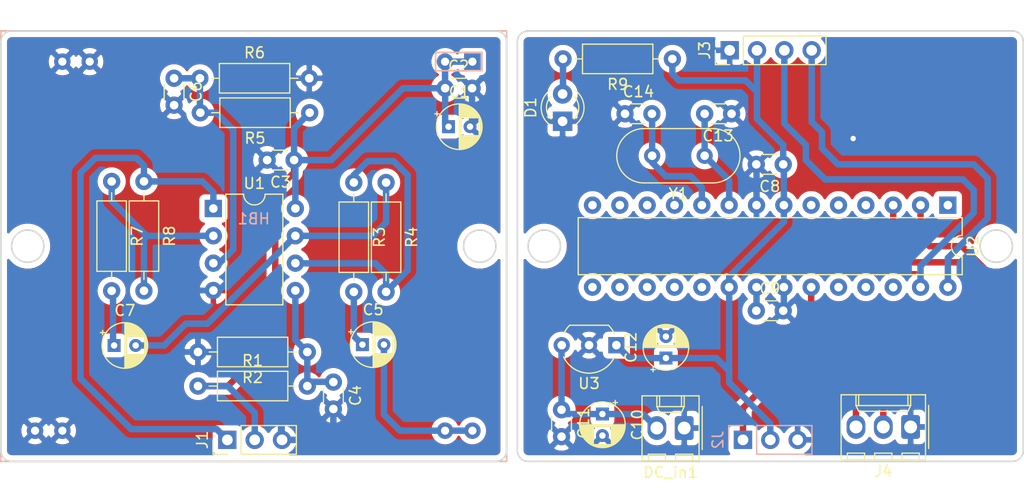
<source format=kicad_pcb>
(kicad_pcb (version 20171130) (host pcbnew "(5.1.4)-1")
  (layers (0 F.Cu signal) (31 B.Cu signal) (34 B.Paste user) (35 F.Paste user) (36 B.SilkS user) (37 F.SilkS user) (38 B.Mask user) (39 F.Mask user) (44 Edge.Cuts user))
  (net 0 "")
  (net 1 +5V)
  (net 2 "Net-(D1-Pad2)")
  (net 3 Tx)
  (net 4 Rx)
  (net 5 RST)
  (net 6 GNDA)
  (net 7 "Net-(J1-Pad1)")
  (net 8 +5VA)
  (net 9 "Net-(J2-Pad1)")
  (net 10 "Net-(U2-Pad14)")
  (net 11 "Net-(U2-Pad13)")
  (net 12 "Net-(U2-Pad26)")
  (net 13 "Net-(U2-Pad12)")
  (net 14 "Net-(U2-Pad25)")
  (net 15 "Net-(U2-Pad11)")
  (net 16 "Net-(U2-Pad24)")
  (net 17 "Net-(U2-Pad6)")
  (net 18 "Net-(U2-Pad19)")
  (net 19 "Net-(U2-Pad5)")
  (net 20 "Net-(U2-Pad18)")
  (net 21 "Net-(U2-Pad4)")
  (net 22 "Net-(U2-Pad17)")
  (net 23 "Net-(U2-Pad16)")
  (net 24 "Net-(U2-Pad15)")
  (net 25 SDA)
  (net 26 SCL)
  (net 27 "Net-(C4-Pad1)")
  (net 28 "Net-(C7-Pad1)")
  (net 29 "Net-(R3-Pad1)")
  (net 30 "Net-(C5-Pad2)")
  (net 31 "Net-(C5-Pad1)")
  (net 32 "Net-(C6-Pad1)")
  (net 33 "Net-(C7-Pad2)")
  (net 34 "Net-(C9-Pad1)")
  (net 35 "Net-(C10-Pad1)")
  (net 36 "Net-(C13-Pad2)")
  (net 37 "Net-(C14-Pad2)")
  (net 38 "Net-(R7-Pad1)")
  (net 39 GND)
  (module HB100:HB100_ver2 (layer B.Cu) (at 135.5 48 180)
    (fp_text reference HB1 (at 0 2.54) (layer B.SilkS) (effects (justify mirror)))
    (fp_text value HB100-KiCAD-rescue)
    (pad 8 thru_hole circle (at 20.32 -17.145 180) (size 1.524 1.524) (drill 0.762) (layers *.Cu *.Mask) (net 6 GNDA))
    (pad 7 thru_hole circle (at 17.78 -17.145 180) (size 1.524 1.524) (drill 0.762) (layers *.Cu *.Mask) (net 6 GNDA))
    (pad 6 thru_hole circle (at 17.78 17.145 180) (size 1.524 1.524) (drill 0.762) (layers *.Cu *.Mask) (net 6 GNDA))
    (pad 5 thru_hole circle (at 15.24 17.145 180) (size 1.524 1.524) (drill 0.762) (layers *.Cu *.Mask) (net 6 GNDA))
    (pad 4 thru_hole circle (at -17.78 -17.145 180) (size 1.524 1.524) (drill 0.762) (layers *.Cu *.Mask) (net 30 "Net-(C5-Pad2)"))
    (pad 3 thru_hole circle (at -20.32 -17.145 180) (size 1.524 1.524) (drill 0.762) (layers *.Cu *.Mask) (net 30 "Net-(C5-Pad2)"))
    (pad 2 thru_hole circle (at -17.78 17.145 180) (size 1.524 1.524) (drill 0.762) (layers *.Cu *.Mask) (net 8 +5VA))
    (pad 1 thru_hole rect (at -20.32 17.145 180) (size 1.524 1.524) (drill 0.762) (layers *.Cu *.Mask) (net 8 +5VA))
  )
  (module Capacitor_THT:CP_Radial_D4.0mm_P2.00mm (layer F.Cu) (at 153.6 36.9)
    (fp_text reference C1 (at 1 -3.25) (layer F.SilkS))
    (fp_text value 10uF)
    (pad 2 thru_hole circle (at 2 0) (size 1.2 1.2) (drill 0.6) (layers *.Cu *.Mask) (net 6 GNDA))
    (pad 1 thru_hole rect (at 0 0) (size 1.2 1.2) (drill 0.6) (layers *.Cu *.Mask) (net 8 +5VA))
  )
  (module Resistor_THT:R_Axial_DIN0207_L6.3mm_D2.5mm_P10.16mm_Horizontal (layer F.Cu) (at 130.5 32.4)
    (fp_text reference R6 (at 5.08 -2.37) (layer F.SilkS))
    (fp_text value 100k)
    (pad 2 thru_hole oval (at 10.16 0) (size 1.6 1.6) (drill 0.8) (layers *.Cu *.Mask) (net 6 GNDA))
    (pad 1 thru_hole circle (at 0 0) (size 1.6 1.6) (drill 0.8) (layers *.Cu *.Mask) (net 32 "Net-(C6-Pad1)"))
  )
  (module Resistor_THT:R_Axial_DIN0207_L6.3mm_D2.5mm_P10.16mm_Horizontal (layer F.Cu) (at 140.7 35.6 180)
    (fp_text reference R5 (at 5.08 -2.37) (layer F.SilkS))
    (fp_text value 100k)
    (pad 2 thru_hole oval (at 10.16 0 180) (size 1.6 1.6) (drill 0.8) (layers *.Cu *.Mask) (net 32 "Net-(C6-Pad1)"))
    (pad 1 thru_hole circle (at 0 0 180) (size 1.6 1.6) (drill 0.8) (layers *.Cu *.Mask) (net 8 +5VA))
  )
  (module Capacitor_THT:C_Disc_D3.0mm_W1.6mm_P2.50mm (layer F.Cu) (at 128.1 32.4 270)
    (fp_text reference C6 (at 1.25 -2.05 90) (layer F.SilkS))
    (fp_text value 0.1uF)
    (pad 2 thru_hole circle (at 2.5 0 270) (size 1.6 1.6) (drill 0.8) (layers *.Cu *.Mask) (net 6 GNDA))
    (pad 1 thru_hole circle (at 0 0 270) (size 1.6 1.6) (drill 0.8) (layers *.Cu *.Mask) (net 32 "Net-(C6-Pad1)"))
  )
  (module Package_DIP:DIP-8_W7.62mm (layer F.Cu) (at 131.75 44.5)
    (fp_text reference U1 (at 3.81 -2.33) (layer F.SilkS))
    (fp_text value LM358)
    (pad 8 thru_hole oval (at 7.62 0) (size 1.6 1.6) (drill 0.8) (layers *.Cu *.Mask) (net 8 +5VA))
    (pad 4 thru_hole oval (at 0 7.62) (size 1.6 1.6) (drill 0.8) (layers *.Cu *.Mask) (net 6 GNDA))
    (pad 7 thru_hole oval (at 7.62 2.54) (size 1.6 1.6) (drill 0.8) (layers *.Cu *.Mask) (net 33 "Net-(C7-Pad2)"))
    (pad 3 thru_hole oval (at 0 5.08) (size 1.6 1.6) (drill 0.8) (layers *.Cu *.Mask) (net 32 "Net-(C6-Pad1)"))
    (pad 6 thru_hole oval (at 7.62 5.08) (size 1.6 1.6) (drill 0.8) (layers *.Cu *.Mask) (net 29 "Net-(R3-Pad1)"))
    (pad 2 thru_hole oval (at 0 2.54) (size 1.6 1.6) (drill 0.8) (layers *.Cu *.Mask) (net 38 "Net-(R7-Pad1)"))
    (pad 5 thru_hole oval (at 7.62 7.62) (size 1.6 1.6) (drill 0.8) (layers *.Cu *.Mask) (net 27 "Net-(C4-Pad1)"))
    (pad 1 thru_hole rect (at 0 0) (size 1.6 1.6) (drill 0.8) (layers *.Cu *.Mask) (net 7 "Net-(J1-Pad1)"))
  )
  (module Capacitor_THT:C_Disc_D3.0mm_W1.6mm_P2.50mm (layer F.Cu) (at 142.9004 60.6298 270)
    (fp_text reference C4 (at 1.25 -2.05 90) (layer F.SilkS))
    (fp_text value 0.1uF)
    (pad 2 thru_hole circle (at 2.5 0 270) (size 1.6 1.6) (drill 0.8) (layers *.Cu *.Mask) (net 6 GNDA))
    (pad 1 thru_hole circle (at 0 0 270) (size 1.6 1.6) (drill 0.8) (layers *.Cu *.Mask) (net 27 "Net-(C4-Pad1)"))
  )
  (module Resistor_THT:R_Axial_DIN0207_L6.3mm_D2.5mm_P10.16mm_Horizontal (layer F.Cu) (at 130.319859 61)
    (fp_text reference R1 (at 5.08 -2.37) (layer F.SilkS))
    (fp_text value 100k)
    (pad 2 thru_hole oval (at 10.16 0) (size 1.6 1.6) (drill 0.8) (layers *.Cu *.Mask) (net 27 "Net-(C4-Pad1)"))
    (pad 1 thru_hole circle (at 0 0) (size 1.6 1.6) (drill 0.8) (layers *.Cu *.Mask) (net 8 +5VA))
  )
  (module Package_TO_SOT_THT:TO-92_Inline_Wide (layer F.Cu) (at 169.2 57.2 180)
    (fp_text reference U3 (at 2.54 -3.56) (layer F.SilkS))
    (fp_text value L78L05_TO92)
    (pad 1 thru_hole rect (at 0 0 270) (size 1.5 1.5) (drill 0.8) (layers *.Cu *.Mask) (net 1 +5V))
    (pad 3 thru_hole circle (at 5.08 0 270) (size 1.5 1.5) (drill 0.8) (layers *.Cu *.Mask) (net 35 "Net-(C10-Pad1)"))
    (pad 2 thru_hole circle (at 2.54 0 270) (size 1.5 1.5) (drill 0.8) (layers *.Cu *.Mask) (net 39 GND))
  )
  (module Capacitor_THT:CP_Radial_D4.0mm_P2.00mm (layer F.Cu) (at 173.8 58.4 90)
    (fp_text reference C12 (at 1 -3.25 90) (layer F.SilkS))
    (fp_text value 10uF)
    (pad 2 thru_hole circle (at 2 0 90) (size 1.2 1.2) (drill 0.6) (layers *.Cu *.Mask) (net 39 GND))
    (pad 1 thru_hole rect (at 0 0 90) (size 1.2 1.2) (drill 0.6) (layers *.Cu *.Mask) (net 1 +5V))
  )
  (module Connector_PinHeader_2.54mm:PinHeader_1x04_P2.54mm_Vertical (layer F.Cu) (at 179.725 29.8 90)
    (fp_text reference J3 (at 0 -2.33 90) (layer F.SilkS))
    (fp_text value Conn_01x04)
    (pad 4 thru_hole oval (at 0 7.62 90) (size 1.7 1.7) (drill 1) (layers *.Cu *.Mask) (net 26 SCL))
    (pad 3 thru_hole oval (at 0 5.08 90) (size 1.7 1.7) (drill 1) (layers *.Cu *.Mask) (net 25 SDA))
    (pad 2 thru_hole oval (at 0 2.54 90) (size 1.7 1.7) (drill 1) (layers *.Cu *.Mask) (net 1 +5V))
    (pad 1 thru_hole rect (at 0 0 90) (size 1.7 1.7) (drill 1) (layers *.Cu *.Mask) (net 39 GND))
  )
  (module Connector_PinHeader_2.54mm:PinHeader_1x03_P2.54mm_Vertical (layer B.Cu) (at 180.96 66 270)
    (fp_text reference J2 (at 0 2.33 270) (layer B.SilkS) (effects (justify mirror)))
    (fp_text value Conn_01x03)
    (pad 3 thru_hole oval (at 0 -5.08 270) (size 1.7 1.7) (drill 1) (layers *.Cu *.Mask) (net 39 GND))
    (pad 2 thru_hole oval (at 0 -2.54 270) (size 1.7 1.7) (drill 1) (layers *.Cu *.Mask) (net 1 +5V))
    (pad 1 thru_hole rect (at 0 0 270) (size 1.7 1.7) (drill 1) (layers *.Cu *.Mask) (net 9 "Net-(J2-Pad1)"))
  )
  (module Connector_PinHeader_2.54mm:PinHeader_1x03_P2.54mm_Vertical (layer F.Cu) (at 133.05 66 90)
    (fp_text reference J1 (at 0 -2.33 90) (layer F.SilkS))
    (fp_text value Conn_01x03)
    (pad 3 thru_hole oval (at 0 5.08 90) (size 1.7 1.7) (drill 1) (layers *.Cu *.Mask) (net 6 GNDA))
    (pad 2 thru_hole oval (at 0 2.54 90) (size 1.7 1.7) (drill 1) (layers *.Cu *.Mask) (net 8 +5VA))
    (pad 1 thru_hole rect (at 0 0 90) (size 1.7 1.7) (drill 1) (layers *.Cu *.Mask) (net 7 "Net-(J1-Pad1)"))
  )
  (module Connector_Molex:Molex_KK-254_AE-6410-03A_1x03_P2.54mm_Vertical (layer F.Cu) (at 196.54 64.8 180)
    (fp_text reference J4 (at 2.54 -4.12) (layer F.SilkS))
    (fp_text value Conn_01x03)
    (pad 1 thru_hole roundrect (at 0 0 180) (size 1.74 2.2) (drill 1.2) (layers *.Cu *.Mask) (roundrect_rratio 0.143678) (net 39 GND))
    (pad 2 thru_hole oval (at 2.54 0 180) (size 1.74 2.2) (drill 1.2) (layers *.Cu *.Mask) (net 4 Rx))
    (pad 3 thru_hole oval (at 5.08 0 180) (size 1.74 2.2) (drill 1.2) (layers *.Cu *.Mask) (net 3 Tx))
  )
  (module LED_THT:LED_D3.0mm (layer F.Cu) (at 164.2 36.4 90)
    (fp_text reference D1 (at 1.27 -2.96 90) (layer F.SilkS))
    (fp_text value LED)
    (pad 2 thru_hole circle (at 2.54 0 90) (size 1.8 1.8) (drill 0.9) (layers *.Cu *.Mask) (net 2 "Net-(D1-Pad2)"))
    (pad 1 thru_hole rect (at 0 0 90) (size 1.8 1.8) (drill 0.9) (layers *.Cu *.Mask) (net 39 GND))
  )
  (module Crystal:Crystal_HC49-4H_Vertical (layer F.Cu) (at 177.4 39.6 180)
    (fp_text reference Y1 (at 2.44 -3.525) (layer F.SilkS))
    (fp_text value 16Mhz)
    (pad 2 thru_hole circle (at 4.88 0 180) (size 1.5 1.5) (drill 0.8) (layers *.Cu *.Mask) (net 37 "Net-(C14-Pad2)"))
    (pad 1 thru_hole circle (at 0 0 180) (size 1.5 1.5) (drill 0.8) (layers *.Cu *.Mask) (net 36 "Net-(C13-Pad2)"))
  )
  (module Capacitor_THT:C_Disc_D3.0mm_W1.6mm_P2.50mm (layer F.Cu) (at 153.289 33.3248)
    (fp_text reference C2 (at 1.25 -2.05) (layer F.SilkS))
    (fp_text value 0.1uF)
    (pad 2 thru_hole circle (at 2.5 0) (size 1.6 1.6) (drill 0.8) (layers *.Cu *.Mask) (net 6 GNDA))
    (pad 1 thru_hole circle (at 0 0) (size 1.6 1.6) (drill 0.8) (layers *.Cu *.Mask) (net 8 +5VA))
  )
  (module Package_DIP:DIP-28_W7.62mm (layer F.Cu) (at 200 44.19 270)
    (fp_text reference U2 (at 3.81 -2.33 90) (layer F.SilkS))
    (fp_text value ATmega328P-PU)
    (pad 28 thru_hole oval (at 7.62 0 270) (size 1.6 1.6) (drill 0.8) (layers *.Cu *.Mask) (net 26 SCL))
    (pad 14 thru_hole oval (at 0 33.02 270) (size 1.6 1.6) (drill 0.8) (layers *.Cu *.Mask) (net 10 "Net-(U2-Pad14)"))
    (pad 27 thru_hole oval (at 7.62 2.54 270) (size 1.6 1.6) (drill 0.8) (layers *.Cu *.Mask) (net 25 SDA))
    (pad 13 thru_hole oval (at 0 30.48 270) (size 1.6 1.6) (drill 0.8) (layers *.Cu *.Mask) (net 11 "Net-(U2-Pad13)"))
    (pad 26 thru_hole oval (at 7.62 5.08 270) (size 1.6 1.6) (drill 0.8) (layers *.Cu *.Mask) (net 12 "Net-(U2-Pad26)"))
    (pad 12 thru_hole oval (at 0 27.94 270) (size 1.6 1.6) (drill 0.8) (layers *.Cu *.Mask) (net 13 "Net-(U2-Pad12)"))
    (pad 25 thru_hole oval (at 7.62 7.62 270) (size 1.6 1.6) (drill 0.8) (layers *.Cu *.Mask) (net 14 "Net-(U2-Pad25)"))
    (pad 11 thru_hole oval (at 0 25.4 270) (size 1.6 1.6) (drill 0.8) (layers *.Cu *.Mask) (net 15 "Net-(U2-Pad11)"))
    (pad 24 thru_hole oval (at 7.62 10.16 270) (size 1.6 1.6) (drill 0.8) (layers *.Cu *.Mask) (net 16 "Net-(U2-Pad24)"))
    (pad 10 thru_hole oval (at 0 22.86 270) (size 1.6 1.6) (drill 0.8) (layers *.Cu *.Mask) (net 37 "Net-(C14-Pad2)"))
    (pad 23 thru_hole oval (at 7.62 12.7 270) (size 1.6 1.6) (drill 0.8) (layers *.Cu *.Mask) (net 9 "Net-(J2-Pad1)"))
    (pad 9 thru_hole oval (at 0 20.32 270) (size 1.6 1.6) (drill 0.8) (layers *.Cu *.Mask) (net 36 "Net-(C13-Pad2)"))
    (pad 22 thru_hole oval (at 7.62 15.24 270) (size 1.6 1.6) (drill 0.8) (layers *.Cu *.Mask) (net 39 GND))
    (pad 8 thru_hole oval (at 0 17.78 270) (size 1.6 1.6) (drill 0.8) (layers *.Cu *.Mask) (net 39 GND))
    (pad 21 thru_hole oval (at 7.62 17.78 270) (size 1.6 1.6) (drill 0.8) (layers *.Cu *.Mask) (net 34 "Net-(C9-Pad1)"))
    (pad 7 thru_hole oval (at 0 15.24 270) (size 1.6 1.6) (drill 0.8) (layers *.Cu *.Mask) (net 1 +5V))
    (pad 20 thru_hole oval (at 7.62 20.32 270) (size 1.6 1.6) (drill 0.8) (layers *.Cu *.Mask) (net 1 +5V))
    (pad 6 thru_hole oval (at 0 12.7 270) (size 1.6 1.6) (drill 0.8) (layers *.Cu *.Mask) (net 17 "Net-(U2-Pad6)"))
    (pad 19 thru_hole oval (at 7.62 22.86 270) (size 1.6 1.6) (drill 0.8) (layers *.Cu *.Mask) (net 18 "Net-(U2-Pad19)"))
    (pad 5 thru_hole oval (at 0 10.16 270) (size 1.6 1.6) (drill 0.8) (layers *.Cu *.Mask) (net 19 "Net-(U2-Pad5)"))
    (pad 18 thru_hole oval (at 7.62 25.4 270) (size 1.6 1.6) (drill 0.8) (layers *.Cu *.Mask) (net 20 "Net-(U2-Pad18)"))
    (pad 4 thru_hole oval (at 0 7.62 270) (size 1.6 1.6) (drill 0.8) (layers *.Cu *.Mask) (net 21 "Net-(U2-Pad4)"))
    (pad 17 thru_hole oval (at 7.62 27.94 270) (size 1.6 1.6) (drill 0.8) (layers *.Cu *.Mask) (net 22 "Net-(U2-Pad17)"))
    (pad 3 thru_hole oval (at 0 5.08 270) (size 1.6 1.6) (drill 0.8) (layers *.Cu *.Mask) (net 3 Tx))
    (pad 16 thru_hole oval (at 7.62 30.48 270) (size 1.6 1.6) (drill 0.8) (layers *.Cu *.Mask) (net 23 "Net-(U2-Pad16)"))
    (pad 2 thru_hole oval (at 0 2.54 270) (size 1.6 1.6) (drill 0.8) (layers *.Cu *.Mask) (net 4 Rx))
    (pad 15 thru_hole oval (at 7.62 33.02 270) (size 1.6 1.6) (drill 0.8) (layers *.Cu *.Mask) (net 24 "Net-(U2-Pad15)"))
    (pad 1 thru_hole rect (at 0 0 270) (size 1.6 1.6) (drill 0.8) (layers *.Cu *.Mask) (net 5 RST))
  )
  (module Capacitor_THT:CP_Radial_D4.0mm_P2.00mm (layer F.Cu) (at 167.9 63.6 270)
    (fp_text reference C10 (at 1 -3.25 90) (layer F.SilkS))
    (fp_text value 10uF)
    (pad 2 thru_hole circle (at 2 0 270) (size 1.2 1.2) (drill 0.6) (layers *.Cu *.Mask) (net 39 GND))
    (pad 1 thru_hole rect (at 0 0 270) (size 1.2 1.2) (drill 0.6) (layers *.Cu *.Mask) (net 35 "Net-(C10-Pad1)"))
  )
  (module Capacitor_THT:CP_Radial_D4.0mm_P2.00mm (layer F.Cu) (at 122.5296 57.2262)
    (fp_text reference C7 (at 1 -3.25) (layer F.SilkS))
    (fp_text value 1uF)
    (pad 2 thru_hole circle (at 2 0) (size 1.2 1.2) (drill 0.6) (layers *.Cu *.Mask) (net 33 "Net-(C7-Pad2)"))
    (pad 1 thru_hole rect (at 0 0) (size 1.2 1.2) (drill 0.6) (layers *.Cu *.Mask) (net 28 "Net-(C7-Pad1)"))
  )
  (module Capacitor_THT:CP_Radial_D4.0mm_P2.00mm (layer F.Cu) (at 145.5994 57.15)
    (fp_text reference C5 (at 1 -3.25) (layer F.SilkS))
    (fp_text value 1uF)
    (pad 2 thru_hole circle (at 2 0) (size 1.2 1.2) (drill 0.6) (layers *.Cu *.Mask) (net 30 "Net-(C5-Pad2)"))
    (pad 1 thru_hole rect (at 0 0) (size 1.2 1.2) (drill 0.6) (layers *.Cu *.Mask) (net 31 "Net-(C5-Pad1)"))
  )
  (module Resistor_THT:R_Axial_DIN0207_L6.3mm_D2.5mm_P10.16mm_Horizontal (layer F.Cu) (at 174.4 30.6 180)
    (fp_text reference R9 (at 5.08 -2.37) (layer F.SilkS))
    (fp_text value 1K)
    (pad 2 thru_hole oval (at 10.16 0 180) (size 1.6 1.6) (drill 0.8) (layers *.Cu *.Mask) (net 2 "Net-(D1-Pad2)"))
    (pad 1 thru_hole circle (at 0 0 180) (size 1.6 1.6) (drill 0.8) (layers *.Cu *.Mask) (net 1 +5V))
  )
  (module Resistor_THT:R_Axial_DIN0207_L6.3mm_D2.5mm_P10.16mm_Horizontal (layer F.Cu) (at 140.479859 57.833804 180)
    (fp_text reference R2 (at 5.08 -2.37) (layer F.SilkS))
    (fp_text value 100k)
    (pad 2 thru_hole oval (at 10.16 0 180) (size 1.6 1.6) (drill 0.8) (layers *.Cu *.Mask) (net 6 GNDA))
    (pad 1 thru_hole circle (at 0 0 180) (size 1.6 1.6) (drill 0.8) (layers *.Cu *.Mask) (net 27 "Net-(C4-Pad1)"))
  )
  (module Resistor_THT:R_Axial_DIN0207_L6.3mm_D2.5mm_P10.16mm_Horizontal (layer F.Cu) (at 125.3 41.9862 270)
    (fp_text reference R8 (at 5.08 -2.37 90) (layer F.SilkS))
    (fp_text value 100M)
    (pad 2 thru_hole oval (at 10.16 0 270) (size 1.6 1.6) (drill 0.8) (layers *.Cu *.Mask) (net 38 "Net-(R7-Pad1)"))
    (pad 1 thru_hole circle (at 0 0 270) (size 1.6 1.6) (drill 0.8) (layers *.Cu *.Mask) (net 7 "Net-(J1-Pad1)"))
  )
  (module Resistor_THT:R_Axial_DIN0207_L6.3mm_D2.5mm_P10.16mm_Horizontal (layer F.Cu) (at 122.3 41.9862 270)
    (fp_text reference R7 (at 5.08 -2.37 90) (layer F.SilkS))
    (fp_text value 10K)
    (pad 2 thru_hole oval (at 10.16 0 270) (size 1.6 1.6) (drill 0.8) (layers *.Cu *.Mask) (net 28 "Net-(C7-Pad1)"))
    (pad 1 thru_hole circle (at 0 0 270) (size 1.6 1.6) (drill 0.8) (layers *.Cu *.Mask) (net 38 "Net-(R7-Pad1)"))
  )
  (module Resistor_THT:R_Axial_DIN0207_L6.3mm_D2.5mm_P10.16mm_Horizontal (layer F.Cu) (at 147.8 42.0878 270)
    (fp_text reference R4 (at 5.08 -2.37 90) (layer F.SilkS))
    (fp_text value 1M)
    (pad 2 thru_hole oval (at 10.16 0 270) (size 1.6 1.6) (drill 0.8) (layers *.Cu *.Mask) (net 29 "Net-(R3-Pad1)"))
    (pad 1 thru_hole circle (at 0 0 270) (size 1.6 1.6) (drill 0.8) (layers *.Cu *.Mask) (net 33 "Net-(C7-Pad2)"))
  )
  (module Resistor_THT:R_Axial_DIN0207_L6.3mm_D2.5mm_P10.16mm_Horizontal (layer F.Cu) (at 144.8 42.0878 270)
    (fp_text reference R3 (at 5.08 -2.37 90) (layer F.SilkS))
    (fp_text value 10k)
    (pad 2 thru_hole oval (at 10.16 0 270) (size 1.6 1.6) (drill 0.8) (layers *.Cu *.Mask) (net 31 "Net-(C5-Pad1)"))
    (pad 1 thru_hole circle (at 0 0 270) (size 1.6 1.6) (drill 0.8) (layers *.Cu *.Mask) (net 29 "Net-(R3-Pad1)"))
  )
  (module Capacitor_THT:C_Disc_D3.0mm_W1.6mm_P2.50mm (layer F.Cu) (at 164.1 63.2 270)
    (fp_text reference C11 (at 1.25 -2.05 90) (layer F.SilkS))
    (fp_text value 0.1uF)
    (pad 2 thru_hole circle (at 2.5 0 270) (size 1.6 1.6) (drill 0.8) (layers *.Cu *.Mask) (net 39 GND))
    (pad 1 thru_hole circle (at 0 0 270) (size 1.6 1.6) (drill 0.8) (layers *.Cu *.Mask) (net 35 "Net-(C10-Pad1)"))
  )
  (module Connector_Molex:Molex_KK-254_AE-6410-02A_1x02_P2.54mm_Vertical (layer F.Cu) (at 175.5 64.9 180)
    (fp_text reference DC_in1 (at 1.27 -4.12) (layer F.SilkS))
    (fp_text value Conn_01x02)
    (pad 2 thru_hole oval (at 2.54 0 180) (size 1.74 2.2) (drill 1.2) (layers *.Cu *.Mask) (net 35 "Net-(C10-Pad1)"))
    (pad 1 thru_hole roundrect (at 0 0 180) (size 1.74 2.2) (drill 1.2) (layers *.Cu *.Mask) (roundrect_rratio 0.143678) (net 39 GND))
  )
  (module Capacitor_THT:C_Disc_D3.0mm_W1.6mm_P2.50mm (layer F.Cu) (at 139.25 40 180)
    (fp_text reference C3 (at 1.25 -2.05) (layer F.SilkS))
    (fp_text value 0.1uF)
    (pad 2 thru_hole circle (at 2.5 0 180) (size 1.6 1.6) (drill 0.8) (layers *.Cu *.Mask) (net 6 GNDA))
    (pad 1 thru_hole circle (at 0 0 180) (size 1.6 1.6) (drill 0.8) (layers *.Cu *.Mask) (net 8 +5VA))
  )
  (module Capacitor_THT:C_Disc_D3.0mm_W1.6mm_P2.50mm (layer F.Cu) (at 170 35.7)
    (fp_text reference C14 (at 1.25 -2.05) (layer F.SilkS))
    (fp_text value 10pF)
    (pad 2 thru_hole circle (at 2.5 0) (size 1.6 1.6) (drill 0.8) (layers *.Cu *.Mask) (net 37 "Net-(C14-Pad2)"))
    (pad 1 thru_hole circle (at 0 0) (size 1.6 1.6) (drill 0.8) (layers *.Cu *.Mask) (net 39 GND))
  )
  (module Capacitor_THT:C_Disc_D3.0mm_W1.6mm_P2.50mm (layer F.Cu) (at 179.9 35.7 180)
    (fp_text reference C13 (at 1.25 -2.05) (layer F.SilkS))
    (fp_text value 10pF)
    (pad 2 thru_hole circle (at 2.5 0 180) (size 1.6 1.6) (drill 0.8) (layers *.Cu *.Mask) (net 36 "Net-(C13-Pad2)"))
    (pad 1 thru_hole circle (at 0 0 180) (size 1.6 1.6) (drill 0.8) (layers *.Cu *.Mask) (net 39 GND))
  )
  (module Capacitor_THT:C_Disc_D3.0mm_W1.6mm_P2.50mm (layer F.Cu) (at 182.2 54)
    (fp_text reference C9 (at 1.25 -2.05) (layer F.SilkS))
    (fp_text value 0.1uF)
    (pad 2 thru_hole circle (at 2.5 0) (size 1.6 1.6) (drill 0.8) (layers *.Cu *.Mask) (net 39 GND))
    (pad 1 thru_hole circle (at 0 0) (size 1.6 1.6) (drill 0.8) (layers *.Cu *.Mask) (net 34 "Net-(C9-Pad1)"))
  )
  (module Capacitor_THT:C_Disc_D3.0mm_W1.6mm_P2.50mm (layer F.Cu) (at 184.7 40.4 180)
    (fp_text reference C8 (at 1.25 -2.05) (layer F.SilkS))
    (fp_text value 0.1uF)
    (pad 2 thru_hole circle (at 2.5 0 180) (size 1.6 1.6) (drill 0.8) (layers *.Cu *.Mask) (net 39 GND))
    (pad 1 thru_hole circle (at 0 0 180) (size 1.6 1.6) (drill 0.8) (layers *.Cu *.Mask) (net 1 +5V))
  )
  (gr_arc (start 206 29) (end 207 29) (angle -90) (layer Edge.Cuts) (width 0.15))
  (gr_arc (start 206 67) (end 206 68) (angle -90) (layer Edge.Cuts) (width 0.15))
  (gr_arc (start 161 67) (end 160 67) (angle -90) (layer Edge.Cuts) (width 0.15))
  (gr_arc (start 161 29) (end 161 28) (angle -90) (layer Edge.Cuts) (width 0.15))
  (gr_arc (start 113 67) (end 112 67) (angle -90) (layer Edge.Cuts) (width 0.15))
  (gr_arc (start 158 67) (end 158 68) (angle -90) (layer Edge.Cuts) (width 0.15))
  (gr_arc (start 158 29) (end 159 29) (angle -90) (layer Edge.Cuts) (width 0.15))
  (gr_arc (start 113 29) (end 113 28) (angle -90) (layer Edge.Cuts) (width 0.15))
  (gr_circle (center 204.5 48) (end 206 48) (layer Edge.Cuts) (width 0.15))
  (gr_circle (center 162.5 48) (end 164 48) (layer Edge.Cuts) (width 0.15))
  (gr_circle (center 114.5 48) (end 116 48) (layer Edge.Cuts) (width 0.15))
  (gr_circle (center 156.5 48) (end 158 48) (layer Edge.Cuts) (width 0.15))
  (gr_line (start 160 67) (end 160 29) (layer Edge.Cuts) (width 0.15))
  (gr_line (start 206 68) (end 161 68) (layer Edge.Cuts) (width 0.15))
  (gr_line (start 207 29) (end 207 67) (layer Edge.Cuts) (width 0.15))
  (gr_line (start 161 28) (end 206 28) (layer Edge.Cuts) (width 0.15))
  (gr_line (start 112 67) (end 112 29) (layer Edge.Cuts) (width 0.15))
  (gr_line (start 158 68) (end 113 68) (layer Edge.Cuts) (width 0.15))
  (gr_line (start 159 29) (end 159 67) (layer Edge.Cuts) (width 0.15))
  (gr_line (start 113 28) (end 158 28) (layer Edge.Cuts) (width 0.15))
  (segment (start 178.48 58.4) (end 179.68 59.6) (width 0.6) (layer B.Cu) (net 1))
  (segment (start 169.2 57.2) (end 170.4 58.4) (width 0.6) (layer B.Cu) (net 1))
  (segment (start 170.4 58.4) (end 178.48 58.4) (width 0.6) (layer B.Cu) (net 1))
  (segment (start 182.265 36.165) (end 184.7 38.6) (width 0.6) (layer B.Cu) (net 1))
  (segment (start 182.265 29.8) (end 182.265 36.165) (width 0.6) (layer B.Cu) (net 1))
  (segment (start 184.7 38.6) (end 184.7 40.4) (width 0.6) (layer B.Cu) (net 1))
  (segment (start 181.2 32.6) (end 182.265 33.665) (width 0.6) (layer B.Cu) (net 1))
  (segment (start 175 32.6) (end 181.2 32.6) (width 0.6) (layer B.Cu) (net 1))
  (segment (start 174.4 30.6) (end 174.4 32) (width 0.6) (layer B.Cu) (net 1))
  (segment (start 174.4 32) (end 175 32.6) (width 0.6) (layer B.Cu) (net 1))
  (segment (start 184.76 40.46) (end 184.7 40.4) (width 0.6) (layer B.Cu) (net 1))
  (segment (start 184.76 44.19) (end 184.76 40.46) (width 0.6) (layer B.Cu) (net 1))
  (segment (start 184.76 45.74) (end 184.76 44.19) (width 0.6) (layer B.Cu) (net 1))
  (segment (start 179.68 50.82) (end 184.76 45.74) (width 0.6) (layer B.Cu) (net 1))
  (segment (start 179.68 60.68) (end 179.68 50.82) (width 0.6) (layer B.Cu) (net 1))
  (segment (start 183.5 66) (end 183.5 64.5) (width 0.6) (layer B.Cu) (net 1))
  (segment (start 183.5 64.5) (end 179.68 60.68) (width 0.6) (layer B.Cu) (net 1))
  (segment (start 164.24 33.82) (end 164.2 33.86) (width 0.6) (layer B.Cu) (net 2))
  (segment (start 164.24 30.6) (end 164.24 33.82) (width 0.6) (layer B.Cu) (net 2))
  (segment (start 194.92 47.92) (end 194.92 44.19) (width 0.6) (layer F.Cu) (net 3))
  (segment (start 191.46 60.14) (end 195.6 56) (width 0.6) (layer F.Cu) (net 3))
  (segment (start 196.5 49.5) (end 194.92 47.92) (width 0.6) (layer F.Cu) (net 3))
  (segment (start 191.46 64.8) (end 191.46 60.14) (width 0.6) (layer F.Cu) (net 3))
  (segment (start 195.6 56) (end 200.8 56) (width 0.6) (layer F.Cu) (net 3))
  (segment (start 200.9 49.5) (end 196.5 49.5) (width 0.6) (layer F.Cu) (net 3))
  (segment (start 202 54.8) (end 202 50.6) (width 0.6) (layer F.Cu) (net 3))
  (segment (start 200.8 56) (end 202 54.8) (width 0.6) (layer F.Cu) (net 3))
  (segment (start 202 50.6) (end 200.9 49.5) (width 0.6) (layer F.Cu) (net 3))
  (segment (start 197.5 44.04) (end 197.46 44) (width 0.6) (layer F.Cu) (net 4))
  (segment (start 197.46 47.16) (end 197.46 44.19) (width 0.6) (layer F.Cu) (net 4))
  (segment (start 198.3 48) (end 197.46 47.16) (width 0.6) (layer F.Cu) (net 4))
  (segment (start 201.3 48) (end 198.3 48) (width 0.6) (layer F.Cu) (net 4))
  (segment (start 194 60.2) (end 196.4 57.8) (width 0.6) (layer F.Cu) (net 4))
  (segment (start 194 64.8) (end 194 60.2) (width 0.6) (layer F.Cu) (net 4))
  (segment (start 196.4 57.8) (end 201 57.8) (width 0.6) (layer F.Cu) (net 4))
  (segment (start 201 57.8) (end 203.5 55.3) (width 0.6) (layer F.Cu) (net 4))
  (segment (start 203.5 55.3) (end 203.5 50.2) (width 0.6) (layer F.Cu) (net 4))
  (segment (start 203.5 50.2) (end 201.3 48) (width 0.6) (layer F.Cu) (net 4))
  (segment (start 142.9004 65.0996) (end 142.9004 63.1298) (width 0.6) (layer B.Cu) (net 6))
  (segment (start 138.13 66) (end 142 66) (width 0.6) (layer B.Cu) (net 6))
  (segment (start 142 66) (end 142.9004 65.0996) (width 0.6) (layer B.Cu) (net 6))
  (segment (start 138.04 60.0874) (end 138.04 65.91) (width 0.6) (layer B.Cu) (net 6))
  (segment (start 138.04 65.91) (end 138.13 66) (width 0.6) (layer B.Cu) (net 6))
  (segment (start 135.786404 57.833804) (end 138.04 60.0874) (width 0.6) (layer B.Cu) (net 6))
  (segment (start 130.319859 57.833804) (end 135.786404 57.833804) (width 0.6) (layer B.Cu) (net 6))
  (segment (start 155.789 36.711) (end 155.789 33.3248) (width 0.6) (layer B.Cu) (net 6))
  (segment (start 155.6 36.9) (end 155.789 36.711) (width 0.6) (layer B.Cu) (net 6))
  (segment (start 135.6 41.15) (end 136.75 40) (width 0.6) (layer B.Cu) (net 6))
  (segment (start 135.6 48.8) (end 135.6 41.15) (width 0.6) (layer B.Cu) (net 6))
  (segment (start 131.75 52.12) (end 132.28 52.12) (width 0.6) (layer B.Cu) (net 6))
  (segment (start 132.28 52.12) (end 135.6 48.8) (width 0.6) (layer B.Cu) (net 6))
  (segment (start 125.3 40.5) (end 125.3 41.9862) (width 0.6) (layer B.Cu) (net 7))
  (segment (start 124.6 39.8) (end 125.3 40.5) (width 0.6) (layer B.Cu) (net 7))
  (segment (start 132.05 65) (end 124.1 65) (width 0.6) (layer B.Cu) (net 7))
  (segment (start 133.05 66) (end 132.05 65) (width 0.6) (layer B.Cu) (net 7))
  (segment (start 124.1 65) (end 119.4 60.3) (width 0.6) (layer B.Cu) (net 7))
  (segment (start 119.4 60.3) (end 119.4 41.2) (width 0.6) (layer B.Cu) (net 7))
  (segment (start 119.4 41.2) (end 120.8 39.8) (width 0.6) (layer B.Cu) (net 7))
  (segment (start 120.8 39.8) (end 124.6 39.8) (width 0.6) (layer B.Cu) (net 7))
  (segment (start 131.75 43) (end 131.75 44.5) (width 0.6) (layer B.Cu) (net 7))
  (segment (start 125.3 41.9862) (end 130.7362 41.9862) (width 0.6) (layer B.Cu) (net 7))
  (segment (start 130.7362 41.9862) (end 131.75 43) (width 0.6) (layer B.Cu) (net 7))
  (segment (start 153.28 30.855) (end 155.82 30.855) (width 0.6) (layer B.Cu) (net 8))
  (segment (start 153.28 33.3158) (end 153.289 33.3248) (width 0.6) (layer B.Cu) (net 8))
  (segment (start 153.28 30.855) (end 153.28 33.3158) (width 0.6) (layer B.Cu) (net 8))
  (segment (start 130.319859 61) (end 133.1 61) (width 0.6) (layer B.Cu) (net 8))
  (segment (start 135.6 65.99) (end 135.59 66) (width 0.6) (layer B.Cu) (net 8))
  (segment (start 135.6 63.5) (end 135.6 65.99) (width 0.6) (layer B.Cu) (net 8))
  (segment (start 133.1 61) (end 135.6 63.5) (width 0.6) (layer B.Cu) (net 8))
  (segment (start 139.25 37.05) (end 140.7 35.6) (width 0.6) (layer B.Cu) (net 8))
  (segment (start 139.25 40) (end 139.25 37.05) (width 0.6) (layer B.Cu) (net 8))
  (segment (start 142.7 40) (end 149.3752 33.3248) (width 0.6) (layer B.Cu) (net 8))
  (segment (start 139.25 40) (end 142.7 40) (width 0.6) (layer B.Cu) (net 8))
  (segment (start 149.3752 33.3248) (end 153.289 33.3248) (width 0.6) (layer B.Cu) (net 8))
  (segment (start 153.289 36.589) (end 153.289 33.3248) (width 0.6) (layer B.Cu) (net 8))
  (segment (start 153.6 36.9) (end 153.289 36.589) (width 0.6) (layer B.Cu) (net 8))
  (segment (start 139.37 40.12) (end 139.25 40) (width 0.6) (layer B.Cu) (net 8))
  (segment (start 139.37 44.5) (end 139.37 40.12) (width 0.6) (layer B.Cu) (net 8))
  (segment (start 139.25 41.15) (end 139.25 40) (width 0.6) (layer F.Cu) (net 8))
  (segment (start 137.5 42.9) (end 139.25 41.15) (width 0.6) (layer F.Cu) (net 8))
  (segment (start 137.5 56.6) (end 137.5 42.9) (width 0.6) (layer F.Cu) (net 8))
  (segment (start 130.319859 61) (end 133.1 61) (width 0.6) (layer F.Cu) (net 8))
  (segment (start 133.1 61) (end 137.5 56.6) (width 0.6) (layer F.Cu) (net 8))
  (segment (start 180.96 66) (end 180.96 63.04) (width 0.6) (layer F.Cu) (net 9))
  (segment (start 180.96 63.04) (end 187.3 56.7) (width 0.6) (layer F.Cu) (net 9))
  (segment (start 187.3 56.7) (end 187.3 51.81) (width 0.6) (layer F.Cu) (net 9))
  (segment (start 202.4 44.9) (end 197.46 49.84) (width 0.6) (layer B.Cu) (net 25))
  (segment (start 202.4 42.8) (end 202.4 44.9) (width 0.6) (layer B.Cu) (net 25))
  (segment (start 184.805 36.605) (end 186.8 38.6) (width 0.6) (layer B.Cu) (net 25))
  (segment (start 197.46 49.84) (end 197.46 51.81) (width 0.6) (layer B.Cu) (net 25))
  (segment (start 184.805 29.8) (end 184.805 36.605) (width 0.6) (layer B.Cu) (net 25))
  (segment (start 186.8 38.6) (end 186.8 40) (width 0.6) (layer B.Cu) (net 25))
  (segment (start 186.8 40) (end 188.6 41.8) (width 0.6) (layer B.Cu) (net 25))
  (segment (start 188.6 41.8) (end 201.4 41.8) (width 0.6) (layer B.Cu) (net 25))
  (segment (start 201.4 41.8) (end 202.4 42.8) (width 0.6) (layer B.Cu) (net 25))
  (segment (start 200 49.1) (end 200 51.81) (width 0.6) (layer B.Cu) (net 26))
  (segment (start 203.7 45.4) (end 200 49.1) (width 0.6) (layer B.Cu) (net 26))
  (segment (start 203.7 41.7) (end 203.7 45.4) (width 0.6) (layer B.Cu) (net 26))
  (segment (start 187.345 36.445) (end 188.3 37.4) (width 0.6) (layer B.Cu) (net 26))
  (segment (start 187.345 29.8) (end 187.345 36.445) (width 0.6) (layer B.Cu) (net 26))
  (segment (start 188.3 37.4) (end 188.3 38.9) (width 0.6) (layer B.Cu) (net 26))
  (segment (start 188.3 38.9) (end 189.8 40.4) (width 0.6) (layer B.Cu) (net 26))
  (segment (start 189.8 40.4) (end 202.4 40.4) (width 0.6) (layer B.Cu) (net 26))
  (segment (start 202.4 40.4) (end 203.7 41.7) (width 0.6) (layer B.Cu) (net 26))
  (segment (start 142.875 60.6044) (end 142.9004 60.6298) (width 0.6) (layer B.Cu) (net 27))
  (segment (start 140.479859 60.6044) (end 142.875 60.6044) (width 0.6) (layer B.Cu) (net 27))
  (segment (start 140.479859 60.6044) (end 140.479859 57.833804) (width 0.6) (layer B.Cu) (net 27))
  (segment (start 139.37 56.723945) (end 140.479859 57.833804) (width 0.6) (layer B.Cu) (net 27))
  (segment (start 139.37 52.12) (end 139.37 56.723945) (width 0.6) (layer B.Cu) (net 27))
  (segment (start 122.428 57.1246) (end 122.5296 57.2262) (width 0.6) (layer B.Cu) (net 28))
  (segment (start 122.3 52.1462) (end 122.428 52.2742) (width 0.6) (layer B.Cu) (net 28))
  (segment (start 122.428 52.2742) (end 122.428 57.1246) (width 0.6) (layer B.Cu) (net 28))
  (segment (start 147.8 52.2478) (end 149.8 50.2478) (width 0.6) (layer B.Cu) (net 29))
  (segment (start 144.8 41.4) (end 144.8 42.0878) (width 0.6) (layer B.Cu) (net 29))
  (segment (start 146.1 40.1) (end 144.8 41.4) (width 0.6) (layer B.Cu) (net 29))
  (segment (start 148.5 40.1) (end 146.1 40.1) (width 0.6) (layer B.Cu) (net 29))
  (segment (start 149.8 41.4) (end 148.5 40.1) (width 0.6) (layer B.Cu) (net 29))
  (segment (start 149.8 50.2478) (end 149.8 41.4) (width 0.6) (layer B.Cu) (net 29))
  (segment (start 147.8 50.6) (end 147.8 52.2478) (width 0.6) (layer B.Cu) (net 29))
  (segment (start 146.8 49.6) (end 147.8 50.6) (width 0.6) (layer B.Cu) (net 29))
  (segment (start 139.37 49.58) (end 139.39 49.6) (width 0.6) (layer B.Cu) (net 29))
  (segment (start 139.39 49.6) (end 146.8 49.6) (width 0.6) (layer B.Cu) (net 29))
  (segment (start 147.5994 57.15) (end 147.5994 63.6524) (width 0.6) (layer B.Cu) (net 30))
  (segment (start 149.092 65.145) (end 153.28 65.145) (width 0.6) (layer B.Cu) (net 30))
  (segment (start 147.5994 63.6524) (end 149.092 65.145) (width 0.6) (layer B.Cu) (net 30))
  (segment (start 153.28 65.145) (end 155.82 65.145) (width 0.6) (layer B.Cu) (net 30))
  (segment (start 144.8 56.3506) (end 144.8 52.2478) (width 0.6) (layer B.Cu) (net 31))
  (segment (start 145.5994 57.15) (end 144.8 56.3506) (width 0.6) (layer B.Cu) (net 31))
  (segment (start 132.32 49.58) (end 131.75 49.58) (width 0.6) (layer B.Cu) (net 32))
  (segment (start 133.6 48.3) (end 132.32 49.58) (width 0.6) (layer B.Cu) (net 32))
  (segment (start 133.6 37.2) (end 133.6 48.3) (width 0.6) (layer B.Cu) (net 32))
  (segment (start 130.54 35.6) (end 132 35.6) (width 0.6) (layer B.Cu) (net 32))
  (segment (start 132 35.6) (end 133.6 37.2) (width 0.6) (layer B.Cu) (net 32))
  (segment (start 130.5 35.56) (end 130.54 35.6) (width 0.6) (layer B.Cu) (net 32))
  (segment (start 130.5 32.4) (end 130.5 35.56) (width 0.6) (layer B.Cu) (net 32))
  (segment (start 128.1 32.4) (end 130.5 32.4) (width 0.6) (layer B.Cu) (net 32))
  (segment (start 147.8 43.21917) (end 147.8 42.0878) (width 0.6) (layer B.Cu) (net 33))
  (segment (start 147.8 45.8) (end 147.8 43.21917) (width 0.6) (layer B.Cu) (net 33))
  (segment (start 139.37 47.04) (end 146.56 47.04) (width 0.6) (layer B.Cu) (net 33))
  (segment (start 146.56 47.04) (end 147.8 45.8) (width 0.6) (layer B.Cu) (net 33))
  (segment (start 131.21 55.2) (end 139.37 47.04) (width 0.6) (layer B.Cu) (net 33))
  (segment (start 129.2 55.2) (end 131.21 55.2) (width 0.6) (layer B.Cu) (net 33))
  (segment (start 124.5296 57.2262) (end 127.1738 57.2262) (width 0.6) (layer B.Cu) (net 33))
  (segment (start 127.1738 57.2262) (end 129.2 55.2) (width 0.6) (layer B.Cu) (net 33))
  (segment (start 182.22 53.98) (end 182.2 54) (width 0.6) (layer B.Cu) (net 34))
  (segment (start 182.22 51.62) (end 182.22 53.98) (width 0.6) (layer B.Cu) (net 34))
  (segment (start 171.66 63.6) (end 172.96 64.9) (width 0.6) (layer B.Cu) (net 35))
  (segment (start 167.9 63.6) (end 171.66 63.6) (width 0.6) (layer B.Cu) (net 35))
  (segment (start 164.5 63.6) (end 167.9 63.6) (width 0.6) (layer B.Cu) (net 35))
  (segment (start 164.1 63.2) (end 164.5 63.6) (width 0.6) (layer B.Cu) (net 35))
  (segment (start 164.1 57.22) (end 164.1 63.2) (width 0.6) (layer B.Cu) (net 35))
  (segment (start 164.12 57.2) (end 164.1 57.22) (width 0.6) (layer B.Cu) (net 35))
  (segment (start 177.4 35.7) (end 177.4 39.6) (width 0.6) (layer B.Cu) (net 36))
  (segment (start 179.68 41.88) (end 177.4 39.6) (width 0.6) (layer B.Cu) (net 36))
  (segment (start 179.68 44.19) (end 179.68 42) (width 0.6) (layer B.Cu) (net 36))
  (segment (start 172.52 35.72) (end 172.5 35.7) (width 0.6) (layer B.Cu) (net 37))
  (segment (start 172.52 39.6) (end 172.52 35.72) (width 0.6) (layer B.Cu) (net 37))
  (segment (start 172.52 40.22) (end 172.52 39.6) (width 0.6) (layer B.Cu) (net 37))
  (segment (start 173.8 41.5) (end 172.52 40.22) (width 0.6) (layer B.Cu) (net 37))
  (segment (start 176.1 41.5) (end 173.8 41.5) (width 0.6) (layer B.Cu) (net 37))
  (segment (start 177.14 44.19) (end 177.14 42.54) (width 0.6) (layer B.Cu) (net 37))
  (segment (start 177.14 42.54) (end 176.1 41.5) (width 0.6) (layer B.Cu) (net 37))
  (segment (start 122.3 43.7886) (end 122.3 41.9862) (width 0.6) (layer B.Cu) (net 38))
  (segment (start 131.75 47.04) (end 125.5514 47.04) (width 0.6) (layer B.Cu) (net 38))
  (segment (start 125.5514 47.04) (end 122.3 43.7886) (width 0.6) (layer B.Cu) (net 38))
  (segment (start 125.3 47.2914) (end 125.5514 47.04) (width 0.6) (layer B.Cu) (net 38))
  (segment (start 125.3 52.1462) (end 125.3 47.2914) (width 0.6) (layer B.Cu) (net 38))
  (segment (start 184.76 53.94) (end 184.7 54) (width 0.6) (layer B.Cu) (net 39))
  (segment (start 184.76 51.62) (end 184.76 53.94) (width 0.6) (layer B.Cu) (net 39))
  (segment (start 182.22 40.52) (end 182.22 44) (width 0.6) (layer B.Cu) (net 39))
  (via (at 191.2 38) (size 1.2) (drill 0.5) (layers F.Cu B.Cu) (net 39))
  (zone (net 6) (net_name GNDA) (layer B.Cu) (connect_pads (clearance 0.508)) (min_thickness 0.254) (fill yes (arc_segments 16) (thermal_gap 0.508) (thermal_bridge_width 0.508))
    (polygon (pts (xy 112 28) (xy 159 28) (xy 159 68) (xy 112 68)))
  )
  (zone (net 6) (net_name GNDA) (layer F.Cu) (connect_pads (clearance 0.508)) (min_thickness 0.254) (fill yes (arc_segments 16) (thermal_gap 0.508) (thermal_bridge_width 0.508))
    (polygon (pts (xy 112 28) (xy 159 28) (xy 159 68) (xy 112 68)))
  )
  (zone (net 39) (net_name GND) (layer F.Cu) (connect_pads (clearance 0.508)) (min_thickness 0.254) (fill yes (arc_segments 32) (thermal_gap 0.508) (thermal_bridge_width 0.508))
    (polygon (pts (xy 160 28) (xy 207 28) (xy 207 68) (xy 160 68)))
  )
  (zone (net 39) (net_name GND) (layer B.Cu) (connect_pads (clearance 0.508)) (min_thickness 0.254) (fill yes (arc_segments 32) (thermal_gap 0.508) (thermal_bridge_width 0.508))
    (polygon (pts (xy 160 28) (xy 207 28) (xy 207 68) (xy 160 68)))
  )
)
</source>
